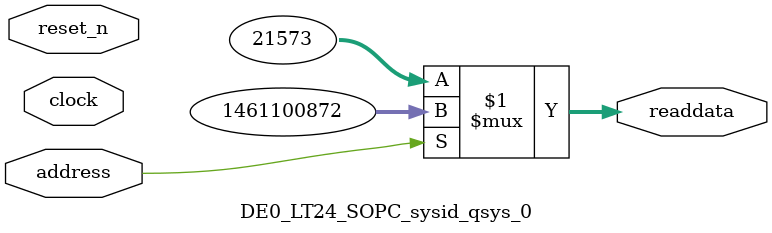
<source format=v>

`timescale 1ns / 1ps
// synthesis translate_on

// turn off superfluous verilog processor warnings 
// altera message_level Level1 
// altera message_off 10034 10035 10036 10037 10230 10240 10030 

module DE0_LT24_SOPC_sysid_qsys_0 (
               // inputs:
                address,
                clock,
                reset_n,

               // outputs:
                readdata
             )
;

  output  [ 31: 0] readdata;
  input            address;
  input            clock;
  input            reset_n;

  wire    [ 31: 0] readdata;
  //control_slave, which is an e_avalon_slave
  assign readdata = address ? 1461100872 : 21573;

endmodule




</source>
